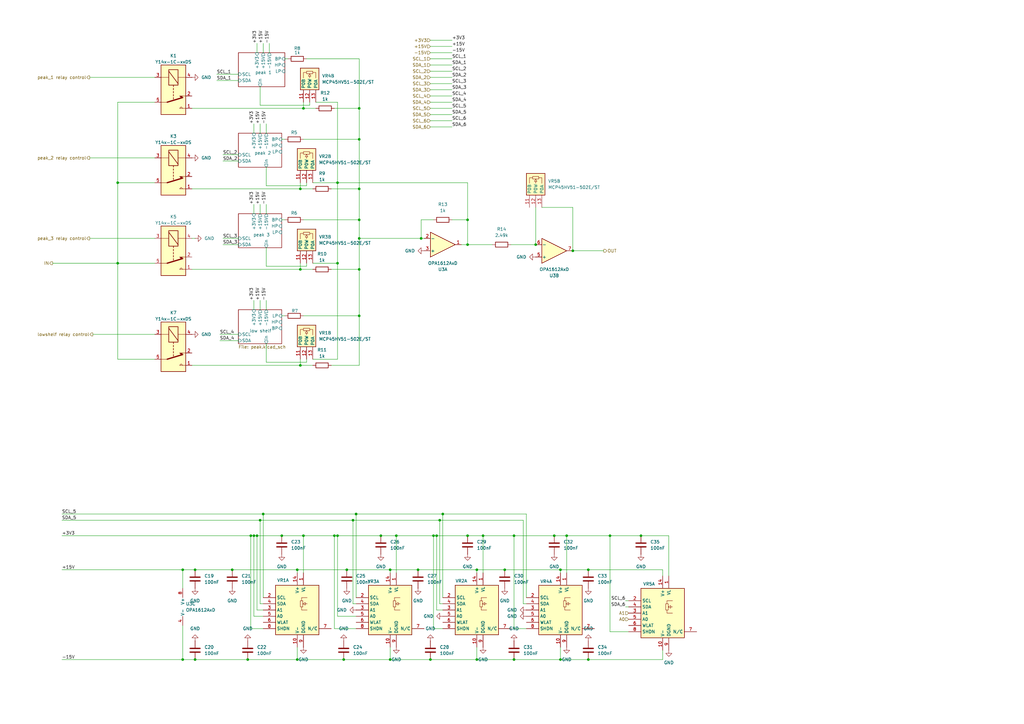
<source format=kicad_sch>
(kicad_sch (version 20250114) (generator "eeschema") (generator_version "9.0")
  (paper "A3")
  (junction (at 191.77 219.71))
  (junction (at 229.87 270.51))
  (junction (at 262.89 219.71))
  (junction (at 181.61 210.82))
  (junction (at 147.32 77.47))
  (junction (at 80.01 270.51))
  (junction (at 227.33 219.71))
  (junction (at 105.41 219.71))
  (junction (at 234.95 102.87))
  (junction (at 229.87 233.68))
  (junction (at 140.97 270.51))
  (junction (at 124.46 219.71))
  (junction (at 195.58 270.51))
  (junction (at 198.12 219.71))
  (junction (at 176.53 270.51))
  (junction (at 160.02 270.51))
  (junction (at 210.82 219.71))
  (junction (at 191.77 100.33))
  (junction (at 177.8 219.71))
  (junction (at 147.32 90.17))
  (junction (at 250.19 219.71))
  (junction (at 241.3 233.68))
  (junction (at 147.32 129.54))
  (junction (at 146.05 210.82))
  (junction (at 95.25 233.68))
  (junction (at 156.21 219.71))
  (junction (at 241.3 270.51))
  (junction (at 142.24 233.68))
  (junction (at 219.71 100.33))
  (junction (at 123.19 110.49))
  (junction (at 104.14 219.71))
  (junction (at 147.32 57.15))
  (junction (at 121.92 233.68))
  (junction (at 74.93 233.68))
  (junction (at 195.58 233.68))
  (junction (at 207.01 233.68))
  (junction (at 101.6 270.51))
  (junction (at 138.43 219.71))
  (junction (at 121.92 270.51))
  (junction (at 137.16 219.71))
  (junction (at 191.77 90.17))
  (junction (at 102.87 219.71))
  (junction (at 74.93 270.51))
  (junction (at 171.45 233.68))
  (junction (at 107.95 210.82))
  (junction (at 48.26 107.95))
  (junction (at 160.02 233.68))
  (junction (at 147.32 110.49))
  (junction (at 232.41 219.71))
  (junction (at 162.56 219.71))
  (junction (at 138.43 107.95))
  (junction (at 172.72 97.79))
  (junction (at 179.07 219.71))
  (junction (at 147.32 44.45))
  (junction (at 210.82 270.51))
  (junction (at 106.68 213.36))
  (junction (at 147.32 97.79))
  (junction (at 48.26 74.93))
  (junction (at 138.43 74.93))
  (junction (at 123.19 149.86))
  (junction (at 80.01 233.68))
  (junction (at 123.19 77.47))
  (junction (at 180.34 213.36))
  (junction (at 115.57 219.71))
  (junction (at 144.78 213.36))
  (junction (at 124.46 44.45))
  (wire (pts (xy 36.83 31.75) (xy 63.5 31.75)))
  (wire (pts (xy 160.02 270.51) (xy 176.53 270.51)))
  (wire (pts (xy 191.77 219.71) (xy 198.12 219.71)))
  (wire (pts (xy 48.26 107.95) (xy 48.26 147.32)))
  (wire (pts (xy 146.05 210.82) (xy 107.95 210.82)))
  (wire (pts (xy 48.26 74.93) (xy 63.5 74.93)))
  (wire (pts (xy 104.14 219.71) (xy 105.41 219.71)))
  (wire (pts (xy 176.53 44.45) (xy 185.42 44.45)))
  (wire (pts (xy 162.56 219.71) (xy 162.56 234.95)))
  (wire (pts (xy 107.95 210.82) (xy 25.4 210.82)))
  (wire (pts (xy 109.22 50.8) (xy 109.22 54.61)))
  (wire (pts (xy 162.56 219.71) (xy 177.8 219.71)))
  (wire (pts (xy 232.41 219.71) (xy 232.41 234.95)))
  (wire (pts (xy 109.22 68.58) (xy 109.22 76.2)))
  (wire (pts (xy 124.46 219.71) (xy 124.46 234.95)))
  (wire (pts (xy 107.95 17.78) (xy 107.95 21.59)))
  (wire (pts (xy 215.9 257.81) (xy 210.82 257.81)))
  (wire (pts (xy 129.54 41.91) (xy 138.43 41.91)))
  (wire (pts (xy 215.9 247.65) (xy 214.63 247.65)))
  (wire (pts (xy 106.68 50.8) (xy 106.68 54.61)))
  (wire (pts (xy 250.19 219.71) (xy 232.41 219.71)))
  (wire (pts (xy 274.32 219.71) (xy 262.89 219.71)))
  (wire (pts (xy 25.4 219.71) (xy 102.87 219.71)))
  (wire (pts (xy 115.57 219.71) (xy 124.46 219.71)))
  (wire (pts (xy 147.32 77.47) (xy 147.32 57.15)))
  (wire (pts (xy 107.95 247.65) (xy 106.68 247.65)))
  (wire (pts (xy 127 41.91) (xy 127 43.18)))
  (wire (pts (xy 48.26 41.91) (xy 63.5 41.91)))
  (wire (pts (xy 48.26 107.95) (xy 63.5 107.95)))
  (wire (pts (xy 147.32 97.79) (xy 172.72 97.79)))
  (wire (pts (xy 80.01 233.68) (xy 95.25 233.68)))
  (wire (pts (xy 176.53 16.51) (xy 185.42 16.51)))
  (wire (pts (xy 191.77 100.33) (xy 189.23 100.33)))
  (wire (pts (xy 147.32 110.49) (xy 147.32 97.79)))
  (wire (pts (xy 171.45 233.68) (xy 195.58 233.68)))
  (wire (pts (xy 25.4 270.51) (xy 74.93 270.51)))
  (wire (pts (xy 214.63 247.65) (xy 214.63 213.36)))
  (wire (pts (xy 250.19 219.71) (xy 250.19 259.08)))
  (wire (pts (xy 262.89 219.71) (xy 250.19 219.71)))
  (wire (pts (xy 195.58 270.51) (xy 210.82 270.51)))
  (wire (pts (xy 105.41 17.78) (xy 105.41 21.59)))
  (wire (pts (xy 38.1 137.16) (xy 63.5 137.16)))
  (wire (pts (xy 78.74 97.79) (xy 80.01 97.79)))
  (wire (pts (xy 219.71 85.09) (xy 219.71 100.33)))
  (wire (pts (xy 88.9 33.02) (xy 97.79 33.02)))
  (wire (pts (xy 147.32 90.17) (xy 147.32 77.47)))
  (wire (pts (xy 181.61 250.19) (xy 179.07 250.19)))
  (wire (pts (xy 135.89 77.47) (xy 147.32 77.47)))
  (wire (pts (xy 176.53 26.67) (xy 185.42 26.67)))
  (wire (pts (xy 195.58 233.68) (xy 207.01 233.68)))
  (wire (pts (xy 121.92 233.68) (xy 142.24 233.68)))
  (wire (pts (xy 125.73 74.93) (xy 125.73 76.2)))
  (wire (pts (xy 176.53 39.37) (xy 185.42 39.37)))
  (wire (pts (xy 123.19 149.86) (xy 123.19 147.32)))
  (wire (pts (xy 256.54 248.92) (xy 257.81 248.92)))
  (wire (pts (xy 135.89 149.86) (xy 147.32 149.86)))
  (wire (pts (xy 256.54 246.38) (xy 257.81 246.38)))
  (wire (pts (xy 215.9 245.11) (xy 215.9 210.82)))
  (wire (pts (xy 109.22 101.6) (xy 109.22 109.22)))
  (wire (pts (xy 91.44 97.79) (xy 97.79 97.79)))
  (wire (pts (xy 125.73 24.13) (xy 147.32 24.13)))
  (wire (pts (xy 91.44 63.5) (xy 97.79 63.5)))
  (wire (pts (xy 88.9 30.48) (xy 97.79 30.48)))
  (wire (pts (xy 215.9 210.82) (xy 181.61 210.82)))
  (wire (pts (xy 90.17 139.7) (xy 97.79 139.7)))
  (wire (pts (xy 195.58 265.43) (xy 195.58 270.51)))
  (wire (pts (xy 124.46 219.71) (xy 137.16 219.71)))
  (wire (pts (xy 63.5 147.32) (xy 48.26 147.32)))
  (wire (pts (xy 109.22 140.97) (xy 109.22 148.59)))
  (wire (pts (xy 222.25 85.09) (xy 234.95 85.09)))
  (wire (pts (xy 125.73 109.22) (xy 109.22 109.22)))
  (wire (pts (xy 80.01 270.51) (xy 101.6 270.51)))
  (wire (pts (xy 241.3 270.51) (xy 229.87 270.51)))
  (wire (pts (xy 160.02 265.43) (xy 160.02 270.51)))
  (wire (pts (xy 147.32 110.49) (xy 147.32 129.54)))
  (wire (pts (xy 123.19 149.86) (xy 128.27 149.86)))
  (wire (pts (xy 115.57 90.17) (xy 116.84 90.17)))
  (wire (pts (xy 180.34 213.36) (xy 180.34 247.65)))
  (wire (pts (xy 48.26 74.93) (xy 48.26 107.95)))
  (wire (pts (xy 144.78 213.36) (xy 106.68 213.36)))
  (wire (pts (xy 115.57 129.54) (xy 116.84 129.54)))
  (wire (pts (xy 144.78 213.36) (xy 144.78 247.65)))
  (wire (pts (xy 198.12 219.71) (xy 210.82 219.71)))
  (wire (pts (xy 101.6 270.51) (xy 121.92 270.51)))
  (wire (pts (xy 181.61 257.81) (xy 177.8 257.81)))
  (wire (pts (xy 210.82 219.71) (xy 227.33 219.71)))
  (wire (pts (xy 137.16 219.71) (xy 138.43 219.71)))
  (wire (pts (xy 121.92 265.43) (xy 121.92 270.51)))
  (wire (pts (xy 110.49 17.78) (xy 110.49 21.59)))
  (wire (pts (xy 229.87 265.43) (xy 229.87 270.51)))
  (wire (pts (xy 104.14 50.8) (xy 104.14 54.61)))
  (wire (pts (xy 116.84 24.13) (xy 118.11 24.13)))
  (wire (pts (xy 124.46 44.45) (xy 129.54 44.45)))
  (wire (pts (xy 146.05 247.65) (xy 144.78 247.65)))
  (wire (pts (xy 156.21 219.71) (xy 162.56 219.71)))
  (wire (pts (xy 209.55 100.33) (xy 219.71 100.33)))
  (wire (pts (xy 181.61 210.82) (xy 181.61 245.11)))
  (wire (pts (xy 78.74 110.49) (xy 123.19 110.49)))
  (wire (pts (xy 123.19 110.49) (xy 128.27 110.49)))
  (wire (pts (xy 160.02 233.68) (xy 171.45 233.68)))
  (wire (pts (xy 107.95 252.73) (xy 104.14 252.73)))
  (wire (pts (xy 48.26 41.91) (xy 48.26 74.93)))
  (wire (pts (xy 138.43 41.91) (xy 138.43 74.93)))
  (wire (pts (xy 176.53 31.75) (xy 185.42 31.75)))
  (wire (pts (xy 128.27 147.32) (xy 138.43 147.32)))
  (wire (pts (xy 21.59 107.95) (xy 48.26 107.95)))
  (wire (pts (xy 138.43 219.71) (xy 156.21 219.71)))
  (wire (pts (xy 160.02 234.95) (xy 160.02 233.68)))
  (wire (pts (xy 241.3 233.68) (xy 229.87 233.68)))
  (wire (pts (xy 135.89 110.49) (xy 147.32 110.49)))
  (wire (pts (xy 160.02 233.68) (xy 142.24 233.68)))
  (wire (pts (xy 125.73 148.59) (xy 109.22 148.59)))
  (wire (pts (xy 128.27 107.95) (xy 138.43 107.95)))
  (wire (pts (xy 146.05 210.82) (xy 146.05 245.11)))
  (wire (pts (xy 191.77 74.93) (xy 138.43 74.93)))
  (wire (pts (xy 234.95 102.87) (xy 247.65 102.87)))
  (wire (pts (xy 105.41 250.19) (xy 105.41 219.71)))
  (wire (pts (xy 179.07 219.71) (xy 191.77 219.71)))
  (wire (pts (xy 210.82 270.51) (xy 229.87 270.51)))
  (wire (pts (xy 176.53 46.99) (xy 185.42 46.99)))
  (wire (pts (xy 104.14 83.82) (xy 104.14 87.63)))
  (wire (pts (xy 25.4 233.68) (xy 74.93 233.68)))
  (wire (pts (xy 176.53 34.29) (xy 185.42 34.29)))
  (wire (pts (xy 271.78 270.51) (xy 241.3 270.51)))
  (wire (pts (xy 140.97 270.51) (xy 160.02 270.51)))
  (wire (pts (xy 109.22 123.19) (xy 109.22 127)))
  (wire (pts (xy 78.74 149.86) (xy 123.19 149.86)))
  (wire (pts (xy 176.53 52.07) (xy 185.42 52.07)))
  (wire (pts (xy 124.46 90.17) (xy 147.32 90.17)))
  (wire (pts (xy 177.8 90.17) (xy 172.72 90.17)))
  (wire (pts (xy 274.32 236.22) (xy 274.32 219.71)))
  (wire (pts (xy 138.43 219.71) (xy 138.43 252.73)))
  (wire (pts (xy 147.32 149.86) (xy 147.32 129.54)))
  (wire (pts (xy 138.43 74.93) (xy 138.43 107.95)))
  (wire (pts (xy 257.81 259.08) (xy 250.19 259.08)))
  (wire (pts (xy 172.72 97.79) (xy 173.99 97.79)))
  (wire (pts (xy 271.78 236.22) (xy 271.78 233.68)))
  (wire (pts (xy 106.68 83.82) (xy 106.68 87.63)))
  (wire (pts (xy 234.95 85.09) (xy 234.95 102.87)))
  (wire (pts (xy 180.34 213.36) (xy 144.78 213.36)))
  (wire (pts (xy 147.32 97.79) (xy 147.32 90.17)))
  (wire (pts (xy 176.53 24.13) (xy 185.42 24.13)))
  (wire (pts (xy 36.83 64.77) (xy 63.5 64.77)))
  (wire (pts (xy 109.22 83.82) (xy 109.22 87.63)))
  (wire (pts (xy 123.19 77.47) (xy 123.19 74.93)))
  (wire (pts (xy 36.83 97.79) (xy 63.5 97.79)))
  (wire (pts (xy 123.19 77.47) (xy 128.27 77.47)))
  (wire (pts (xy 271.78 266.7) (xy 271.78 270.51)))
  (wire (pts (xy 124.46 41.91) (xy 124.46 44.45)))
  (wire (pts (xy 185.42 90.17) (xy 191.77 90.17)))
  (wire (pts (xy 125.73 107.95) (xy 125.73 109.22)))
  (wire (pts (xy 179.07 219.71) (xy 179.07 250.19)))
  (wire (pts (xy 107.95 250.19) (xy 105.41 250.19)))
  (wire (pts (xy 191.77 90.17) (xy 191.77 74.93)))
  (wire (pts (xy 128.27 74.93) (xy 138.43 74.93)))
  (wire (pts (xy 137.16 257.81) (xy 137.16 219.71)))
  (wire (pts (xy 146.05 257.81) (xy 137.16 257.81)))
  (wire (pts (xy 176.53 19.05) (xy 185.42 19.05)))
  (wire (pts (xy 104.14 123.19) (xy 104.14 127)))
  (wire (pts (xy 191.77 100.33) (xy 201.93 100.33)))
  (wire (pts (xy 107.95 210.82) (xy 107.95 245.11)))
  (wire (pts (xy 78.74 77.47) (xy 123.19 77.47)))
  (wire (pts (xy 176.53 270.51) (xy 195.58 270.51)))
  (wire (pts (xy 181.61 247.65) (xy 180.34 247.65)))
  (wire (pts (xy 138.43 107.95) (xy 138.43 147.32)))
  (wire (pts (xy 207.01 233.68) (xy 229.87 233.68)))
  (wire (pts (xy 90.17 137.16) (xy 97.79 137.16)))
  (wire (pts (xy 147.32 24.13) (xy 147.32 44.45)))
  (wire (pts (xy 121.92 233.68) (xy 121.92 234.95)))
  (wire (pts (xy 123.19 110.49) (xy 123.19 107.95)))
  (wire (pts (xy 102.87 257.81) (xy 102.87 219.71)))
  (wire (pts (xy 91.44 66.04) (xy 97.79 66.04)))
  (wire (pts (xy 74.93 256.54) (xy 74.93 270.51)))
  (wire (pts (xy 241.3 233.68) (xy 271.78 233.68)))
  (wire (pts (xy 104.14 252.73) (xy 104.14 219.71)))
  (wire (pts (xy 195.58 233.68) (xy 195.58 234.95)))
  (wire (pts (xy 102.87 219.71) (xy 104.14 219.71)))
  (wire (pts (xy 107.95 257.81) (xy 102.87 257.81)))
  (wire (pts (xy 214.63 213.36) (xy 180.34 213.36)))
  (wire (pts (xy 176.53 49.53) (xy 185.42 49.53)))
  (wire (pts (xy 74.93 233.68) (xy 80.01 233.68)))
  (wire (pts (xy 95.25 233.68) (xy 121.92 233.68)))
  (wire (pts (xy 137.16 44.45) (xy 147.32 44.45)))
  (wire (pts (xy 78.74 44.45) (xy 124.46 44.45)))
  (wire (pts (xy 106.68 35.56) (xy 106.68 43.18)))
  (wire (pts (xy 106.68 213.36) (xy 25.4 213.36)))
  (wire (pts (xy 125.73 147.32) (xy 125.73 148.59)))
  (wire (pts (xy 176.53 41.91) (xy 185.42 41.91)))
  (wire (pts (xy 91.44 100.33) (xy 97.79 100.33)))
  (wire (pts (xy 172.72 90.17) (xy 172.72 97.79)))
  (wire (pts (xy 105.41 219.71) (xy 115.57 219.71)))
  (wire (pts (xy 106.68 213.36) (xy 106.68 247.65)))
  (wire (pts (xy 121.92 270.51) (xy 140.97 270.51)))
  (wire (pts (xy 115.57 57.15) (xy 116.84 57.15)))
  (wire (pts (xy 127 43.18) (xy 106.68 43.18)))
  (wire (pts (xy 181.61 210.82) (xy 146.05 210.82)))
  (wire (pts (xy 176.53 29.21) (xy 185.42 29.21)))
  (wire (pts (xy 125.73 76.2) (xy 109.22 76.2)))
  (wire (pts (xy 198.12 219.71) (xy 198.12 234.95)))
  (wire (pts (xy 191.77 90.17) (xy 191.77 100.33)))
  (wire (pts (xy 147.32 57.15) (xy 124.46 57.15)))
  (wire (pts (xy 229.87 234.95) (xy 229.87 233.68)))
  (wire (pts (xy 210.82 219.71) (xy 210.82 257.81)))
  (wire (pts (xy 146.05 252.73) (xy 138.43 252.73)))
  (wire (pts (xy 227.33 219.71) (xy 232.41 219.71)))
  (wire (pts (xy 177.8 219.71) (xy 179.07 219.71)))
  (wire (pts (xy 177.8 219.71) (xy 177.8 257.81)))
  (wire (pts (xy 176.53 36.83) (xy 185.42 36.83)))
  (wire (pts (xy 74.93 270.51) (xy 80.01 270.51)))
  (wire (pts (xy 176.53 21.59) (xy 185.42 21.59)))
  (wire (pts (xy 106.68 123.19) (xy 106.68 127)))
  (wire (pts (xy 147.32 44.45) (xy 147.32 57.15)))
  (wire (pts (xy 74.93 233.68) (xy 74.93 241.3)))
  (wire (pts (xy 124.46 129.54) (xy 147.32 129.54)))
  (label "SCL_5" (at 25.4 210.82 0))
  (label "+15V" (at 106.68 50.8 90))
  (label "-15V" (at 25.4 270.51 0))
  (label "SCL_2" (at 91.44 63.5 0))
  (label "SDA_2" (at 185.42 31.75 0))
  (label "SDA_2" (at 91.44 66.04 0))
  (label "SCL_1" (at 185.42 24.13 0))
  (label "SDA_1" (at 185.42 26.67 0))
  (label "SDA_6" (at 256.54 248.92 180))
  (label "SDA_4" (at 185.42 41.91 0))
  (label "-15V" (at 185.42 21.59 0))
  (label "SCL_6" (at 185.42 49.53 0))
  (label "+3V3" (at 104.14 83.82 90))
  (label "SDA_5" (at 25.4 213.36 0))
  (label "+15V" (at 106.68 83.82 90))
  (label "SCL_1" (at 88.9 30.48 0))
  (label "SCL_5" (at 185.42 44.45 0))
  (label "+3V3" (at 104.14 50.8 90))
  (label "SCL_2" (at 185.42 29.21 0))
  (label "SCL_3" (at 185.42 34.29 0))
  (label "+15V" (at 107.95 17.78 90))
  (label "+3V3" (at 105.41 17.78 90))
  (label "+3V3" (at 185.42 16.51 0))
  (label "-15V" (at 109.22 83.82 90))
  (label "SDA_1" (at 88.9 33.02 0))
  (label "+3V3" (at 25.4 219.71 0))
  (label "SDA_6" (at 185.42 52.07 0))
  (label "+15V" (at 25.4 233.68 0))
  (label "+15V" (at 185.42 19.05 0))
  (label "SCL_4" (at 90.17 137.16 0))
  (label "+3V3" (at 104.14 123.19 90))
  (label "SCL_6" (at 256.54 246.38 180))
  (label "-15V" (at 110.49 17.78 90))
  (label "SDA_3" (at 91.44 100.33 0))
  (label "-15V" (at 109.22 50.8 90))
  (label "SDA_5" (at 185.42 46.99 0))
  (label "SDA_3" (at 185.42 36.83 0))
  (label "+15V" (at 106.68 123.19 90))
  (label "SCL_4" (at 185.42 39.37 0))
  (label "SDA_4" (at 90.17 139.7 0))
  (label "SCL_3" (at 91.44 97.79 0))
  (label "-15V" (at 109.22 123.19 90))
  (hierarchical_label "-15V" (shape input) (at 176.53 21.59 180))
  (hierarchical_label "SDA_3" (shape input) (at 176.53 36.83 180))
  (hierarchical_label "OUT" (shape output) (at 247.65 102.87 0))
  (hierarchical_label "+3V3" (shape input) (at 176.53 16.51 180))
  (hierarchical_label "A0" (shape input) (at 257.81 254 180))
  (hierarchical_label "A1" (shape input) (at 257.81 251.46 180))
  (hierarchical_label "SDA_2" (shape input) (at 176.53 31.75 180))
  (hierarchical_label "SCL_3" (shape input) (at 176.53 34.29 180))
  (hierarchical_label "peak_3 relay control" (shape output) (at 36.83 97.79 180))
  (hierarchical_label "SDA_5" (shape input) (at 176.53 46.99 180))
  (hierarchical_label "SCL_2" (shape input) (at 176.53 29.21 180))
  (hierarchical_label "SDA_1" (shape input) (at 176.53 26.67 180))
  (hierarchical_label "+15V" (shape input) (at 176.53 19.05 180))
  (hierarchical_label "peak_2 relay control" (shape output) (at 36.83 64.77 180))
  (hierarchical_label "SCL_6" (shape input) (at 176.53 49.53 180))
  (hierarchical_label "peak_1 relay control" (shape output) (at 36.83 31.75 180))
  (hierarchical_label "SDA_6" (shape input) (at 176.53 52.07 180))
  (hierarchical_label "lowshelf relay control" (shape output) (at 38.1 137.16 180))
  (hierarchical_label "SCL_4" (shape input) (at 176.53 39.37 180))
  (hierarchical_label "IN" (shape output) (at 21.59 107.95 180))
  (hierarchical_label "SCL_1" (shape input) (at 176.53 24.13 180))
  (hierarchical_label "SDA_4" (shape input) (at 176.53 41.91 180))
  (hierarchical_label "SCL_5" (shape input) (at 176.53 44.45 180))
  (symbol (lib_id "Device:C") (at 207.01 237.49 0) (unit 1)
    (property "Reference" "C30" (at 210.82 236.2199 0) (effects (justify left)))
    (property "Value" "100nF" (at 210.82 238.7599 0) (effects (justify left)))
    (property "Footprint" "Capacitor_SMD:C_0805_2012Metric" (effects (hide yes)))
    (property "Description" "Unpolarized capacitor" (effects (hide yes)))
    (instances (project "" (path "" (reference "C30") (unit 1)) (path "" (reference "C47") (unit 1))))
  )
  (symbol (lib_id "power:GND") (at 176.53 262.89 180) (unit 1)
    (property "Reference" "#PWR039" (effects (hide yes)))
    (property "Value" "GND" (at 176.53 257.81 0))
    (property "Description" "Power symbol creates a global label with name \"GND\" , ground" (effects (hide yes)))
    (instances (project "" (path "" (reference "#PWR039") (unit 1)) (path "" (reference "#PWR071") (unit 1))))
  )
  (symbol (lib_id "power:GND") (at 191.77 227.33 0) (unit 1)
    (property "Reference" "#PWR041" (effects (hide yes)))
    (property "Value" "GND" (at 191.77 232.41 0))
    (property "Description" "Power symbol creates a global label with name \"GND\" , ground" (effects (hide yes)))
    (instances (project "" (path "" (reference "#PWR041") (unit 1)) (path "" (reference "#PWR073") (unit 1))))
  )
  (symbol (lib_id "power:GND") (at 156.21 227.33 0) (unit 1)
    (property "Reference" "#PWR035" (effects (hide yes)))
    (property "Value" "GND" (at 156.21 232.41 0))
    (property "Description" "Power symbol creates a global label with name \"GND\" , ground" (effects (hide yes)))
    (instances (project "" (path "" (reference "#PWR035") (unit 1)) (path "" (reference "#PWR067") (unit 1))))
  )
  (symbol (lib_id "MCP41HV51-103E_ST:MCP41HV51-103E_ST") (at 215.9 242.57 0) (unit 1)
    (property "Reference" "VR4" (at 224.028 238.506 0))
    (property "Value" "MCP45HV51-502E/ST" (effects (hide yes)))
    (property "Footprint" "components:SOP65P640X120-14N" (effects (hide yes)))
    (property "Datasheet" "https://componentsearchengine.com/Datasheets/2/MCP41HV51-103E_ST.pdf" (effects (hide yes)))
    (property "Description" "MCP41HV51-103E/ST, Digital Potentiometer 10k 256-Position Serial-SPI 14-Pin TSSOP" (effects (hide yes)))
    (property "Height" "1.2" (effects (hide yes)))
    (property "Mouser Part Number" "579-MCP41HV51-103EST" (effects (hide yes)))
    (property "Mouser Price/Stock" "https://www.mouser.co.uk/ProductDetail/Microchip-Technology/MCP41HV51-103E-ST?qs=zOnbk8%2FsRx46P8R1xF6YQA%3D%3D" (effects (hide yes)))
    (property "Manufacturer_Name" "Microchip" (effects (hide yes)))
    (property "Manufacturer_Part_Number" "MCP41HV51-103E/ST" (effects (hide yes)))
    (instances (project "" (path "" (reference "VR4") (unit 1)) (path "" (reference "VR9") (unit 1))))
  )
  (symbol (lib_id "Device:C") (at 80.01 237.49 0) (unit 1)
    (property "Reference" "C19" (at 83.82 236.2199 0) (effects (justify left)))
    (property "Value" "100nF" (at 83.82 238.7599 0) (effects (justify left)))
    (property "Footprint" "Capacitor_SMD:C_0805_2012Metric" (effects (hide yes)))
    (property "Description" "Unpolarized capacitor" (effects (hide yes)))
    (instances (project "" (path "" (reference "C19") (unit 1)) (path "" (reference "C36") (unit 1))))
  )
  (symbol (lib_id "MCP41HV51-103E_ST:MCP41HV51-103E_ST") (at 257.81 243.84 0) (unit 1)
    (property "Reference" "VR5" (at 266.192 239.522 0))
    (property "Value" "MCP45HV51-502E/ST" (effects (hide yes)))
    (property "Footprint" "components:SOP65P640X120-14N" (effects (hide yes)))
    (property "Datasheet" "https://componentsearchengine.com/Datasheets/2/MCP41HV51-103E_ST.pdf" (effects (hide yes)))
    (property "Description" "MCP41HV51-103E/ST, Digital Potentiometer 10k 256-Position Serial-SPI 14-Pin TSSOP" (effects (hide yes)))
    (property "Height" "1.2" (effects (hide yes)))
    (property "Mouser Part Number" "579-MCP41HV51-103EST" (effects (hide yes)))
    (property "Mouser Price/Stock" "https://www.mouser.co.uk/ProductDetail/Microchip-Technology/MCP41HV51-103E-ST?qs=zOnbk8%2FsRx46P8R1xF6YQA%3D%3D" (effects (hide yes)))
    (property "Manufacturer_Name" "Microchip" (effects (hide yes)))
    (property "Manufacturer_Part_Number" "MCP41HV51-103E/ST" (effects (hide yes)))
    (instances (project "" (path "" (reference "VR5") (unit 1)) (path "" (reference "VR10") (unit 1))))
  )
  (symbol (lib_id "Amplifier_Operational:OPA1612AxD") (at 181.61 100.33 0) (mirror x) (unit 1)
    (property "Reference" "U3" (at 181.61 110.49 0))
    (property "Value" "OPA1612AxD" (at 181.61 107.95 0))
    (property "Footprint" "Package_SO:SOIC-8_5.3x6.2mm_P1.27mm" (effects (hide yes)))
    (property "Datasheet" "http://www.ti.com/lit/ds/symlink/opa1612.pdf" (effects (hide yes)))
    (property "Description" "Dual SoundPlus High Performance, Bipolar-Input Audio Operational Amplifiers, SOIC-8" (effects (hide yes)))
    (instances (project "" (path "" (reference "U3") (unit 1)) (path "" (reference "U4") (unit 1))))
  )
  (symbol (lib_id "power:GND") (at 80.01 262.89 180) (unit 1)
    (property "Reference" "#PWR027" (effects (hide yes)))
    (property "Value" "GND" (at 80.01 257.81 0))
    (property "Description" "Power symbol creates a global label with name \"GND\" , ground" (effects (hide yes)))
    (instances (project "" (path "" (reference "#PWR027") (unit 1)) (path "" (reference "#PWR059") (unit 1))))
  )
  (symbol (lib_id "Relay:Y14x-1C-xxDS") (at 71.12 69.85 270) (unit 1)
    (property "Reference" "K3" (at 71.12 55.88 90))
    (property "Value" "Y14x-1C-xxDS" (at 71.12 58.42 90))
    (property "Footprint" "Relay_THT:Relay_SPDT_HsinDa_Y14" (effects (hide yes)))
    (property "Datasheet" "http://www.hsinda.com.tw/upload/file/Y14-20200430135145.pdf" (effects (hide yes)))
    (property "Description" "Hsin Da Y14-series relay, Single Pole Dual Throw" (effects (hide yes)))
    (instances (project "KICAD PEQ" (path "" (reference "K3") (unit 1)) (path "" (reference "K4") (unit 1))))
  )
  (symbol (lib_id "Amplifier_Operational:OPA1612AxD") (at 77.47 248.92 0) (unit 3)
    (property "Reference" "U3" (at 76.2 247.6499 0) (effects (justify left)))
    (property "Value" "OPA1612AxD" (at 76.2 250.1899 0) (effects (justify left)))
    (property "Footprint" "Package_SO:SOIC-8_5.3x6.2mm_P1.27mm" (effects (hide yes)))
    (property "Datasheet" "http://www.ti.com/lit/ds/symlink/opa1612.pdf" (effects (hide yes)))
    (property "Description" "Dual SoundPlus High Performance, Bipolar-Input Audio Operational Amplifiers, SOIC-8" (effects (hide yes)))
    (instances (project "" (path "" (reference "U3") (unit 3)) (path "" (reference "U4") (unit 3))))
  )
  (symbol (lib_id "Device:R") (at 133.35 44.45 90) (unit 1)
    (property "Reference" "R12" (at 133.35 38.1 90))
    (property "Value" "1k" (at 133.35 40.64 90))
    (property "Footprint" "Resistor_SMD:R_MiniMELF_MMA-0204" (effects (hide yes)))
    (property "Description" "Resistor" (effects (hide yes)))
    (instances (project "" (path "" (reference "R12") (unit 1)) (path "" (reference "R22") (unit 1))))
  )
  (symbol (lib_id "MCP41HV51-103E_ST:MCP41HV51-103E_ST") (at 130.81 119.38 270) (unit 2)
    (property "Reference" "VR1" (at 130.81 136.5249 90) (effects (justify left)))
    (property "Value" "MCP45HV51-502E/ST" (at 130.81 139.0649 90) (effects (justify left)))
    (property "Footprint" "components:SOP65P640X120-14N" (effects (hide yes)))
    (property "Datasheet" "https://componentsearchengine.com/Datasheets/2/MCP41HV51-103E_ST.pdf" (effects (hide yes)))
    (property "Description" "MCP41HV51-103E/ST, Digital Potentiometer 10k 256-Position Serial-SPI 14-Pin TSSOP" (effects (hide yes)))
    (property "Height" "1.2" (effects (hide yes)))
    (property "Mouser Part Number" "579-MCP41HV51-103EST" (effects (hide yes)))
    (property "Mouser Price/Stock" "https://www.mouser.co.uk/ProductDetail/Microchip-Technology/MCP41HV51-103E-ST?qs=zOnbk8%2FsRx46P8R1xF6YQA%3D%3D" (effects (hide yes)))
    (property "Manufacturer_Name" "Microchip" (effects (hide yes)))
    (property "Manufacturer_Part_Number" "MCP41HV51-103E/ST" (effects (hide yes)))
    (instances (project "" (path "" (reference "VR1") (unit 2)) (path "" (reference "VR6") (unit 2))))
  )
  (symbol (lib_id "power:GND") (at 219.71 105.41 270) (unit 1)
    (property "Reference" "#PWR047" (effects (hide yes)))
    (property "Value" "GND" (at 215.9 105.4099 90) (effects (justify right)))
    (property "Description" "Power symbol creates a global label with name \"GND\" , ground" (effects (hide yes)))
    (instances (project "" (path "" (reference "#PWR047") (unit 1)) (path "" (reference "#PWR079") (unit 1))))
  )
  (symbol (lib_id "power:GND") (at 173.99 102.87 270) (unit 1)
    (property "Reference" "#PWR038" (effects (hide yes)))
    (property "Value" "GND" (at 170.18 102.8699 90) (effects (justify right)))
    (property "Description" "Power symbol creates a global label with name \"GND\" , ground" (effects (hide yes)))
    (instances (project "KICAD PEQ" (path "" (reference "#PWR038") (unit 1)) (path "" (reference "#PWR070") (unit 1))))
  )
  (symbol (lib_id "Device:C") (at 80.01 266.7 0) (unit 1)
    (property "Reference" "C20" (at 83.82 265.4299 0) (effects (justify left)))
    (property "Value" "100nF" (at 83.82 267.9699 0) (effects (justify left)))
    (property "Footprint" "Capacitor_SMD:C_0805_2012Metric" (effects (hide yes)))
    (property "Description" "Unpolarized capacitor" (effects (hide yes)))
    (instances (project "KICAD PEQ" (path "" (reference "C20") (unit 1)) (path "" (reference "C37") (unit 1))))
  )
  (symbol (lib_id "Device:C") (at 115.57 223.52 0) (unit 1)
    (property "Reference" "C23" (at 119.38 222.2499 0) (effects (justify left)))
    (property "Value" "100nF" (at 119.38 224.7899 0) (effects (justify left)))
    (property "Footprint" "Capacitor_SMD:C_0805_2012Metric" (effects (hide yes)))
    (property "Description" "Unpolarized capacitor" (effects (hide yes)))
    (instances (project "" (path "" (reference "C23") (unit 1)) (path "" (reference "C40") (unit 1))))
  )
  (symbol (lib_id "power:GND") (at 142.24 241.3 0) (unit 1)
    (property "Reference" "#PWR033" (effects (hide yes)))
    (property "Value" "GND" (at 142.24 246.38 0))
    (property "Description" "Power symbol creates a global label with name \"GND\" , ground" (effects (hide yes)))
    (instances (project "" (path "" (reference "#PWR033") (unit 1)) (path "" (reference "#PWR065") (unit 1))))
  )
  (symbol (lib_id "Device:C") (at 156.21 223.52 0) (unit 1)
    (property "Reference" "C26" (at 160.02 222.2499 0) (effects (justify left)))
    (property "Value" "100nF" (at 160.02 224.7899 0) (effects (justify left)))
    (property "Footprint" "Capacitor_SMD:C_0805_2012Metric" (effects (hide yes)))
    (property "Description" "Unpolarized capacitor" (effects (hide yes)))
    (instances (project "" (path "" (reference "C26") (unit 1)) (path "" (reference "C43") (unit 1))))
  )
  (symbol (lib_id "power:GND") (at 210.82 262.89 180) (unit 1)
    (property "Reference" "#PWR044" (effects (hide yes)))
    (property "Value" "GND" (at 210.82 257.81 0))
    (property "Description" "Power symbol creates a global label with name \"GND\" , ground" (effects (hide yes)))
    (instances (project "" (path "" (reference "#PWR044") (unit 1)) (path "" (reference "#PWR076") (unit 1))))
  )
  (symbol (lib_id "power:GND") (at 80.01 241.3 0) (unit 1)
    (property "Reference" "#PWR026" (effects (hide yes)))
    (property "Value" "GND" (at 80.01 246.38 0))
    (property "Description" "Power symbol creates a global label with name \"GND\" , ground" (effects (hide yes)))
    (instances (project "" (path "" (reference "#PWR026") (unit 1)) (path "" (reference "#PWR058") (unit 1))))
  )
  (symbol (lib_id "Device:C") (at 176.53 266.7 0) (unit 1)
    (property "Reference" "C28" (at 180.34 265.4299 0) (effects (justify left)))
    (property "Value" "100nF" (at 180.34 267.9699 0) (effects (justify left)))
    (property "Footprint" "Capacitor_SMD:C_0805_2012Metric" (effects (hide yes)))
    (property "Description" "Unpolarized capacitor" (effects (hide yes)))
    (instances (project "KICAD PEQ" (path "" (reference "C28") (unit 1)) (path "" (reference "C45") (unit 1))))
  )
  (symbol (lib_id "Device:C") (at 191.77 223.52 0) (unit 1)
    (property "Reference" "C29" (at 195.58 222.2499 0) (effects (justify left)))
    (property "Value" "100nF" (at 195.58 224.7899 0) (effects (justify left)))
    (property "Footprint" "Capacitor_SMD:C_0805_2012Metric" (effects (hide yes)))
    (property "Description" "Unpolarized capacitor" (effects (hide yes)))
    (instances (project "" (path "" (reference "C29") (unit 1)) (path "" (reference "C46") (unit 1))))
  )
  (symbol (lib_id "power:GND") (at 227.33 227.33 0) (unit 1)
    (property "Reference" "#PWR048" (effects (hide yes)))
    (property "Value" "GND" (at 227.33 232.41 0))
    (property "Description" "Power symbol creates a global label with name \"GND\" , ground" (effects (hide yes)))
    (instances (project "" (path "" (reference "#PWR048") (unit 1)) (path "" (reference "#PWR080") (unit 1))))
  )
  (symbol (lib_id "power:GND") (at 215.9 252.73 270) (unit 1)
    (property "Reference" "#PWR046" (effects (hide yes)))
    (property "Value" "GND" (at 212.09 252.7299 90) (effects (justify right)))
    (property "Description" "Power symbol creates a global label with name \"GND\" , ground" (effects (hide yes)))
    (instances (project "" (path "" (reference "#PWR046") (unit 1)) (path "" (reference "#PWR078") (unit 1))))
  )
  (symbol (lib_id "Device:R") (at 132.08 110.49 90) (unit 1)
    (property "Reference" "R10" (at 132.08 104.14 90))
    (property "Value" "1k" (at 132.08 106.68 90))
    (property "Footprint" "Resistor_SMD:R_MiniMELF_MMA-0204" (effects (hide yes)))
    (property "Description" "Resistor" (effects (hide yes)))
    (instances (project "" (path "" (reference "R10") (unit 1)) (path "" (reference "R20") (unit 1))))
  )
  (symbol (lib_id "Device:R") (at 120.65 129.54 90) (unit 1)
    (property "Reference" "R7" (at 120.904 127.508 90))
    (property "Value" "1k" (effects (hide yes)))
    (property "Footprint" "Resistor_SMD:R_MiniMELF_MMA-0204" (effects (hide yes)))
    (property "Description" "Resistor" (effects (hide yes)))
    (instances (project "" (path "" (reference "R7") (unit 1)) (path "" (reference "R17") (unit 1))))
  )
  (symbol (lib_id "Device:C") (at 262.89 223.52 0) (unit 1)
    (property "Reference" "C35" (at 266.7 222.2499 0) (effects (justify left)))
    (property "Value" "100nF" (at 266.7 224.7899 0) (effects (justify left)))
    (property "Footprint" "Capacitor_SMD:C_0805_2012Metric" (effects (hide yes)))
    (property "Description" "Unpolarized capacitor" (effects (hide yes)))
    (instances (project "" (path "" (reference "C35") (unit 1)) (path "" (reference "C52") (unit 1))))
  )
  (symbol (lib_id "power:GND") (at 198.12 265.43 0) (unit 1)
    (property "Reference" "#PWR042" (effects (hide yes)))
    (property "Value" "GND" (at 198.12 270.51 0))
    (property "Description" "Power symbol creates a global label with name \"GND\" , ground" (effects (hide yes)))
    (instances (project "KICAD PEQ" (path "" (reference "#PWR042") (unit 1)) (path "" (reference "#PWR074") (unit 1))))
  )
  (symbol (lib_id "power:GND") (at 262.89 227.33 0) (unit 1)
    (property "Reference" "#PWR052" (effects (hide yes)))
    (property "Value" "GND" (at 262.89 232.41 0))
    (property "Description" "Power symbol creates a global label with name \"GND\" , ground" (effects (hide yes)))
    (instances (project "" (path "" (reference "#PWR052") (unit 1)) (path "" (reference "#PWR084") (unit 1))))
  )
  (symbol (lib_id "power:GND") (at 207.01 241.3 0) (unit 1)
    (property "Reference" "#PWR043" (effects (hide yes)))
    (property "Value" "GND" (at 207.01 246.38 0))
    (property "Description" "Power symbol creates a global label with name \"GND\" , ground" (effects (hide yes)))
    (instances (project "" (path "" (reference "#PWR043") (unit 1)) (path "" (reference "#PWR075") (unit 1))))
  )
  (symbol (lib_id "power:GND") (at 78.74 64.77 90) (unit 1)
    (property "Reference" "#PWR023" (effects (hide yes)))
    (property "Value" "GND" (at 82.55 64.7699 90) (effects (justify right)))
    (property "Description" "Power symbol creates a global label with name \"GND\" , ground" (effects (hide yes)))
    (instances (project "" (path "" (reference "#PWR023") (unit 1)) (path "" (reference "#PWR055") (unit 1))))
  )
  (symbol (lib_id "MCP41HV51-103E_ST:MCP41HV51-103E_ST") (at 130.81 46.99 270) (unit 2)
    (property "Reference" "VR2" (at 130.81 64.1349 90) (effects (justify left)))
    (property "Value" "MCP45HV51-502E/ST" (at 130.81 66.6749 90) (effects (justify left)))
    (property "Footprint" "components:SOP65P640X120-14N" (effects (hide yes)))
    (property "Datasheet" "https://componentsearchengine.com/Datasheets/2/MCP41HV51-103E_ST.pdf" (effects (hide yes)))
    (property "Description" "MCP41HV51-103E/ST, Digital Potentiometer 10k 256-Position Serial-SPI 14-Pin TSSOP" (effects (hide yes)))
    (property "Height" "1.2" (effects (hide yes)))
    (property "Mouser Part Number" "579-MCP41HV51-103EST" (effects (hide yes)))
    (property "Mouser Price/Stock" "https://www.mouser.co.uk/ProductDetail/Microchip-Technology/MCP41HV51-103E-ST?qs=zOnbk8%2FsRx46P8R1xF6YQA%3D%3D" (effects (hide yes)))
    (property "Manufacturer_Name" "Microchip" (effects (hide yes)))
    (property "Manufacturer_Part_Number" "MCP41HV51-103E/ST" (effects (hide yes)))
    (instances (project "" (path "" (reference "VR2") (unit 2)) (path "" (reference "VR7") (unit 2))))
  )
  (symbol (lib_id "power:GND") (at 78.74 137.16 90) (unit 1)
    (property "Reference" "#PWR024" (effects (hide yes)))
    (property "Value" "GND" (at 82.55 137.1599 90) (effects (justify right)))
    (property "Description" "Power symbol creates a global label with name \"GND\" , ground" (effects (hide yes)))
    (instances (project "" (path "" (reference "#PWR024") (unit 1)) (path "" (reference "#PWR056") (unit 1))))
  )
  (symbol (lib_id "Device:C") (at 241.3 266.7 0) (unit 1)
    (property "Reference" "C34" (at 245.11 265.4299 0) (effects (justify left)))
    (property "Value" "100nF" (at 245.11 267.9699 0) (effects (justify left)))
    (property "Footprint" "Capacitor_SMD:C_0805_2012Metric" (effects (hide yes)))
    (property "Description" "Unpolarized capacitor" (effects (hide yes)))
    (instances (project "KICAD PEQ" (path "" (reference "C34") (unit 1)) (path "" (reference "C51") (unit 1))))
  )
  (symbol (lib_id "Device:C") (at 101.6 266.7 0) (unit 1)
    (property "Reference" "C22" (at 105.41 265.4299 0) (effects (justify left)))
    (property "Value" "100nF" (at 105.41 267.9699 0) (effects (justify left)))
    (property "Footprint" "Capacitor_SMD:C_0805_2012Metric" (effects (hide yes)))
    (property "Description" "Unpolarized capacitor" (effects (hide yes)))
    (instances (project "KICAD PEQ" (path "" (reference "C22") (unit 1)) (path "" (reference "C39") (unit 1))))
  )
  (symbol (lib_id "Device:C") (at 142.24 237.49 0) (unit 1)
    (property "Reference" "C25" (at 146.05 236.2199 0) (effects (justify left)))
    (property "Value" "100nF" (at 146.05 238.7599 0) (effects (justify left)))
    (property "Footprint" "Capacitor_SMD:C_0805_2012Metric" (effects (hide yes)))
    (property "Description" "Unpolarized capacitor" (effects (hide yes)))
    (instances (project "" (path "" (reference "C25") (unit 1)) (path "" (reference "C42") (unit 1))))
  )
  (symbol (lib_id "Device:C") (at 227.33 223.52 0) (unit 1)
    (property "Reference" "C32" (at 231.14 222.2499 0) (effects (justify left)))
    (property "Value" "100nF" (at 231.14 224.7899 0) (effects (justify left)))
    (property "Footprint" "Capacitor_SMD:C_0805_2012Metric" (effects (hide yes)))
    (property "Description" "Unpolarized capacitor" (effects (hide yes)))
    (instances (project "" (path "" (reference "C32") (unit 1)) (path "" (reference "C49") (unit 1))))
  )
  (symbol (lib_id "power:GND") (at 181.61 252.73 270) (unit 1)
    (property "Reference" "#PWR040" (effects (hide yes)))
    (property "Value" "GND" (at 177.8 252.7299 90) (effects (justify right)))
    (property "Description" "Power symbol creates a global label with name \"GND\" , ground" (effects (hide yes)))
    (instances (project "" (path "" (reference "#PWR040") (unit 1)) (path "" (reference "#PWR072") (unit 1))))
  )
  (symbol (lib_id "power:GND") (at 115.57 227.33 0) (unit 1)
    (property "Reference" "#PWR030" (effects (hide yes)))
    (property "Value" "GND" (at 115.57 232.41 0))
    (property "Description" "Power symbol creates a global label with name \"GND\" , ground" (effects (hide yes)))
    (instances (project "" (path "" (reference "#PWR030") (unit 1)) (path "" (reference "#PWR062") (unit 1))))
  )
  (symbol (lib_id "power:GND") (at 146.05 250.19 270) (unit 1)
    (property "Reference" "#PWR034" (effects (hide yes)))
    (property "Value" "GND" (at 142.24 250.1899 90) (effects (justify right)))
    (property "Description" "Power symbol creates a global label with name \"GND\" , ground" (effects (hide yes)))
    (instances (project "" (path "" (reference "#PWR034") (unit 1)) (path "" (reference "#PWR066") (unit 1))))
  )
  (symbol (lib_id "Relay:Y14x-1C-xxDS") (at 71.12 102.87 270) (unit 1)
    (property "Reference" "K5" (at 71.12 88.9 90))
    (property "Value" "Y14x-1C-xxDS" (at 71.12 91.44 90))
    (property "Footprint" "Relay_THT:Relay_SPDT_HsinDa_Y14" (effects (hide yes)))
    (property "Datasheet" "http://www.hsinda.com.tw/upload/file/Y14-20200430135145.pdf" (effects (hide yes)))
    (property "Description" "Hsin Da Y14-series relay, Single Pole Dual Throw" (effects (hide yes)))
    (instances (project "KICAD PEQ" (path "" (reference "K5") (unit 1)) (path "" (reference "K6") (unit 1))))
  )
  (symbol (lib_id "power:GND") (at 274.32 266.7 0) (unit 1)
    (property "Reference" "#PWR053" (effects (hide yes)))
    (property "Value" "GND" (at 274.32 271.78 0))
    (property "Description" "Power symbol creates a global label with name \"GND\" , ground" (effects (hide yes)))
    (instances (project "KICAD PEQ" (path "" (reference "#PWR053") (unit 1)) (path "" (reference "#PWR085") (unit 1))))
  )
  (symbol (lib_id "MCP41HV51-103E_ST:MCP41HV51-103E_ST") (at 181.61 242.57 0) (unit 1)
    (property "Reference" "VR2" (at 189.23 238.252 0))
    (property "Value" "MCP45HV51-502E/ST" (effects (hide yes)))
    (property "Footprint" "components:SOP65P640X120-14N" (effects (hide yes)))
    (property "Datasheet" "https://componentsearchengine.com/Datasheets/2/MCP41HV51-103E_ST.pdf" (effects (hide yes)))
    (property "Description" "MCP41HV51-103E/ST, Digital Potentiometer 10k 256-Position Serial-SPI 14-Pin TSSOP" (effects (hide yes)))
    (property "Height" "1.2" (effects (hide yes)))
    (property "Mouser Part Number" "579-MCP41HV51-103EST" (effects (hide yes)))
    (property "Mouser Price/Stock" "https://www.mouser.co.uk/ProductDetail/Microchip-Technology/MCP41HV51-103E-ST?qs=zOnbk8%2FsRx46P8R1xF6YQA%3D%3D" (effects (hide yes)))
    (property "Manufacturer_Name" "Microchip" (effects (hide yes)))
    (property "Manufacturer_Part_Number" "MCP41HV51-103E/ST" (effects (hide yes)))
    (instances (project "" (path "" (reference "VR2") (unit 1)) (path "" (reference "VR7") (unit 1))))
  )
  (symbol (lib_id "power:GND") (at 124.46 265.43 0) (unit 1)
    (property "Reference" "#PWR031" (effects (hide yes)))
    (property "Value" "GND" (at 124.46 270.51 0))
    (property "Description" "Power symbol creates a global label with name \"GND\" , ground" (effects (hide yes)))
    (instances (project "KICAD PEQ" (path "" (reference "#PWR031") (unit 1)) (path "" (reference "#PWR063") (unit 1))))
  )
  (symbol (lib_id "Device:R") (at 132.08 149.86 90) (unit 1)
    (property "Reference" "R11" (at 132.08 143.51 90))
    (property "Value" "1k" (at 132.08 146.05 90))
    (property "Footprint" "Resistor_SMD:R_MiniMELF_MMA-0204" (effects (hide yes)))
    (property "Description" "Resistor" (effects (hide yes)))
    (instances (project "" (path "" (reference "R11") (unit 1)) (path "" (reference "R21") (unit 1))))
  )
  (symbol (lib_id "MCP41HV51-103E_ST:MCP41HV51-103E_ST") (at 107.95 242.57 0) (unit 1)
    (property "Reference" "VR1" (at 116.078 237.998 0))
    (property "Value" "MCP45HV51-502E/ST" (effects (hide yes)))
    (property "Footprint" "components:SOP65P640X120-14N" (effects (hide yes)))
    (property "Datasheet" "https://componentsearchengine.com/Datasheets/2/MCP41HV51-103E_ST.pdf" (effects (hide yes)))
    (property "Description" "MCP41HV51-103E/ST, Digital Potentiometer 10k 256-Position Serial-SPI 14-Pin TSSOP" (effects (hide yes)))
    (property "Height" "1.2" (effects (hide yes)))
    (property "Mouser Part Number" "579-MCP41HV51-103EST" (effects (hide yes)))
    (property "Mouser Price/Stock" "https://www.mouser.co.uk/ProductDetail/Microchip-Technology/MCP41HV51-103E-ST?qs=zOnbk8%2FsRx46P8R1xF6YQA%3D%3D" (effects (hide yes)))
    (property "Manufacturer_Name" "Microchip" (effects (hide yes)))
    (property "Manufacturer_Part_Number" "MCP41HV51-103E/ST" (effects (hide yes)))
    (instances (project "" (path "" (reference "VR1") (unit 1)) (path "" (reference "VR6") (unit 1))))
  )
  (symbol (lib_id "power:GND") (at 241.3 241.3 0) (unit 1)
    (property "Reference" "#PWR050" (effects (hide yes)))
    (property "Value" "GND" (at 241.3 246.38 0))
    (property "Description" "Power symbol creates a global label with name \"GND\" , ground" (effects (hide yes)))
    (instances (project "" (path "" (reference "#PWR050") (unit 1)) (path "" (reference "#PWR082") (unit 1))))
  )
  (symbol (lib_id "MCP41HV51-103E_ST:MCP41HV51-103E_ST") (at 132.08 13.97 270) (unit 2)
    (property "Reference" "VR4" (at 132.08 31.1149 90) (effects (justify left)))
    (property "Value" "MCP45HV51-502E/ST" (at 132.08 33.6549 90) (effects (justify left)))
    (property "Footprint" "components:SOP65P640X120-14N" (effects (hide yes)))
    (property "Datasheet" "https://componentsearchengine.com/Datasheets/2/MCP41HV51-103E_ST.pdf" (effects (hide yes)))
    (property "Description" "MCP41HV51-103E/ST, Digital Potentiometer 10k 256-Position Serial-SPI 14-Pin TSSOP" (effects (hide yes)))
    (property "Height" "1.2" (effects (hide yes)))
    (property "Mouser Part Number" "579-MCP41HV51-103EST" (effects (hide yes)))
    (property "Mouser Price/Stock" "https://www.mouser.co.uk/ProductDetail/Microchip-Technology/MCP41HV51-103E-ST?qs=zOnbk8%2FsRx46P8R1xF6YQA%3D%3D" (effects (hide yes)))
    (property "Manufacturer_Name" "Microchip" (effects (hide yes)))
    (property "Manufacturer_Part_Number" "MCP41HV51-103E/ST" (effects (hide yes)))
    (instances (project "" (path "" (reference "VR4") (unit 2)) (path "" (reference "VR9") (unit 2))))
  )
  (symbol (lib_id "power:GND") (at 241.3 262.89 180) (unit 1)
    (property "Reference" "#PWR051" (effects (hide yes)))
    (property "Value" "GND" (at 241.3 257.81 0))
    (property "Description" "Power symbol creates a global label with name \"GND\" , ground" (effects (hide yes)))
    (instances (project "" (path "" (reference "#PWR051") (unit 1)) (path "" (reference "#PWR083") (unit 1))))
  )
  (symbol (lib_id "Device:C") (at 241.3 237.49 0) (unit 1)
    (property "Reference" "C33" (at 245.11 236.2199 0) (effects (justify left)))
    (property "Value" "100nF" (at 245.11 238.7599 0) (effects (justify left)))
    (property "Footprint" "Capacitor_SMD:C_0805_2012Metric" (effects (hide yes)))
    (property "Description" "Unpolarized capacitor" (effects (hide yes)))
    (instances (project "" (path "" (reference "C33") (unit 1)) (path "" (reference "C50") (unit 1))))
  )
  (symbol (lib_id "Relay:Y14x-1C-xxDS") (at 71.12 36.83 270) (unit 1)
    (property "Reference" "K1" (at 71.12 22.86 90))
    (property "Value" "Y14x-1C-xxDS" (at 71.12 25.4 90))
    (property "Footprint" "Relay_THT:Relay_SPDT_HsinDa_Y14" (effects (hide yes)))
    (property "Datasheet" "http://www.hsinda.com.tw/upload/file/Y14-20200430135145.pdf" (effects (hide yes)))
    (property "Description" "Hsin Da Y14-series relay, Single Pole Dual Throw" (effects (hide yes)))
    (instances (project "KICAD PEQ" (path "" (reference "K1") (unit 1)) (path "" (reference "K2") (unit 1))))
  )
  (symbol (lib_id "MCP41HV51-103E_ST:MCP41HV51-103E_ST") (at 146.05 242.57 0) (unit 1)
    (property "Reference" "VR3" (at 153.162 238.506 0))
    (property "Value" "MCP45HV51-502E/ST" (effects (hide yes)))
    (property "Footprint" "components:SOP65P640X120-14N" (effects (hide yes)))
    (property "Datasheet" "https://componentsearchengine.com/Datasheets/2/MCP41HV51-103E_ST.pdf" (effects (hide yes)))
    (property "Description" "MCP41HV51-103E/ST, Digital Potentiometer 10k 256-Position Serial-SPI 14-Pin TSSOP" (effects (hide yes)))
    (property "Height" "1.2" (effects (hide yes)))
    (property "Mouser Part Number" "579-MCP41HV51-103EST" (effects (hide yes)))
    (property "Mouser Price/Stock" "https://www.mouser.co.uk/ProductDetail/Microchip-Technology/MCP41HV51-103E-ST?qs=zOnbk8%2FsRx46P8R1xF6YQA%3D%3D" (effects (hide yes)))
    (property "Manufacturer_Name" "Microchip" (effects (hide yes)))
    (property "Manufacturer_Part_Number" "MCP41HV51-103E/ST" (effects (hide yes)))
    (instances (project "" (path "" (reference "VR3") (unit 1)) (path "" (reference "VR8") (unit 1))))
  )
  (symbol (lib_id "power:GND") (at 95.25 241.3 0) (unit 1)
    (property "Reference" "#PWR028" (effects (hide yes)))
    (property "Value" "GND" (at 95.25 246.38 0))
    (property "Description" "Power symbol creates a global label with name \"GND\" , ground" (effects (hide yes)))
    (instances (project "" (path "" (reference "#PWR028") (unit 1)) (path "" (reference "#PWR060") (unit 1))))
  )
  (symbol (lib_id "Device:R") (at 181.61 90.17 90) (unit 1)
    (property "Reference" "R13" (at 181.61 83.82 90))
    (property "Value" "1k" (at 181.61 86.36 90))
    (property "Footprint" "Resistor_SMD:R_MiniMELF_MMA-0204" (effects (hide yes)))
    (property "Description" "Resistor" (effects (hide yes)))
    (instances (project "KICAD PEQ" (path "" (reference "R13") (unit 1)) (path "" (reference "R23") (unit 1))))
  )
  (symbol (lib_id "MCP41HV51-103E_ST:MCP41HV51-103E_ST") (at 130.81 80.01 270) (unit 2)
    (property "Reference" "VR3" (at 130.81 97.1549 90) (effects (justify left)))
    (property "Value" "MCP45HV51-502E/ST" (at 130.81 99.6949 90) (effects (justify left)))
    (property "Footprint" "components:SOP65P640X120-14N" (effects (hide yes)))
    (property "Datasheet" "https://componentsearchengine.com/Datasheets/2/MCP41HV51-103E_ST.pdf" (effects (hide yes)))
    (property "Description" "MCP41HV51-103E/ST, Digital Potentiometer 10k 256-Position Serial-SPI 14-Pin TSSOP" (effects (hide yes)))
    (property "Height" "1.2" (effects (hide yes)))
    (property "Mouser Part Number" "579-MCP41HV51-103EST" (effects (hide yes)))
    (property "Mouser Price/Stock" "https://www.mouser.co.uk/ProductDetail/Microchip-Technology/MCP41HV51-103E-ST?qs=zOnbk8%2FsRx46P8R1xF6YQA%3D%3D" (effects (hide yes)))
    (property "Manufacturer_Name" "Microchip" (effects (hide yes)))
    (property "Manufacturer_Part_Number" "MCP41HV51-103E/ST" (effects (hide yes)))
    (instances (project "" (path "" (reference "VR3") (unit 2)) (path "" (reference "VR8") (unit 2))))
  )
  (symbol (lib_id "Device:C") (at 95.25 237.49 0) (unit 1)
    (property "Reference" "C21" (at 99.06 236.2199 0) (effects (justify left)))
    (property "Value" "100nF" (at 99.06 238.7599 0) (effects (justify left)))
    (property "Footprint" "Capacitor_SMD:C_0805_2012Metric" (effects (hide yes)))
    (property "Description" "Unpolarized capacitor" (effects (hide yes)))
    (instances (project "" (path "" (reference "C21") (unit 1)) (path "" (reference "C38") (unit 1))))
  )
  (symbol (lib_id "MCP41HV51-103E_ST:MCP41HV51-103E_ST") (at 224.79 57.15 270) (unit 2)
    (property "Reference" "VR5" (at 224.79 74.2949 90) (effects (justify left)))
    (property "Value" "MCP45HV51-502E/ST" (at 224.79 76.8349 90) (effects (justify left)))
    (property "Footprint" "components:SOP65P640X120-14N" (effects (hide yes)))
    (property "Datasheet" "https://componentsearchengine.com/Datasheets/2/MCP41HV51-103E_ST.pdf" (effects (hide yes)))
    (property "Description" "MCP41HV51-103E/ST, Digital Potentiometer 10k 256-Position Serial-SPI 14-Pin TSSOP" (effects (hide yes)))
    (property "Height" "1.2" (effects (hide yes)))
    (property "Mouser Part Number" "579-MCP41HV51-103EST" (effects (hide yes)))
    (property "Mouser Price/Stock" "https://www.mouser.co.uk/ProductDetail/Microchip-Technology/MCP41HV51-103E-ST?qs=zOnbk8%2FsRx46P8R1xF6YQA%3D%3D" (effects (hide yes)))
    (property "Manufacturer_Name" "Microchip" (effects (hide yes)))
    (property "Manufacturer_Part_Number" "MCP41HV51-103E/ST" (effects (hide yes)))
    (instances (project "" (path "" (reference "VR5") (unit 2)) (path "" (reference "VR10") (unit 2))))
  )
  (symbol (lib_id "Device:R") (at 205.74 100.33 90) (unit 1)
    (property "Reference" "R14" (at 205.74 93.98 90))
    (property "Value" "2.49k" (at 205.74 96.52 90))
    (property "Footprint" "Resistor_SMD:R_MiniMELF_MMA-0204" (effects (hide yes)))
    (property "Description" "Resistor" (effects (hide yes)))
    (instances (project "" (path "" (reference "R14") (unit 1)) (path "" (reference "R24") (unit 1))))
  )
  (symbol (lib_id "Amplifier_Operational:OPA1612AxD") (at 227.33 102.87 0) (mirror x) (unit 2)
    (property "Reference" "U3" (at 227.33 113.03 0))
    (property "Value" "OPA1612AxD" (at 227.33 110.49 0))
    (property "Footprint" "Package_SO:SOIC-8_5.3x6.2mm_P1.27mm" (effects (hide yes)))
    (property "Datasheet" "http://www.ti.com/lit/ds/symlink/opa1612.pdf" (effects (hide yes)))
    (property "Description" "Dual SoundPlus High Performance, Bipolar-Input Audio Operational Amplifiers, SOIC-8" (effects (hide yes)))
    (instances (project "" (path "" (reference "U3") (unit 2)) (path "" (reference "U4") (unit 2))))
  )
  (symbol (lib_id "Device:R") (at 132.08 77.47 90) (unit 1)
    (property "Reference" "R9" (at 132.08 71.12 90))
    (property "Value" "1k" (at 132.08 73.66 90))
    (property "Footprint" "Resistor_SMD:R_MiniMELF_MMA-0204" (effects (hide yes)))
    (property "Description" "Resistor" (effects (hide yes)))
    (instances (project "" (path "" (reference "R9") (unit 1)) (path "" (reference "R19") (unit 1))))
  )
  (symbol (lib_name "R_1") (lib_id "Device:R") (at 121.92 24.13 90) (unit 1)
    (property "Reference" "R8" (at 121.92 19.812 90))
    (property "Value" "1k" (at 121.92 21.59 90))
    (property "Footprint" "Resistor_SMD:R_MiniMELF_MMA-0204" (effects (hide yes)))
    (property "Description" "Resistor" (effects (hide yes)))
    (instances (project "" (path "" (reference "R8") (unit 1)) (path "" (reference "R18") (unit 1))))
  )
  (symbol (lib_id "power:GND") (at 232.41 265.43 0) (unit 1)
    (property "Reference" "#PWR049" (effects (hide yes)))
    (property "Value" "GND" (at 232.41 270.51 0))
    (property "Description" "Power symbol creates a global label with name \"GND\" , ground" (effects (hide yes)))
    (instances (project "KICAD PEQ" (path "" (reference "#PWR049") (unit 1)) (path "" (reference "#PWR081") (unit 1))))
  )
  (symbol (lib_id "power:GND") (at 162.56 265.43 0) (unit 1)
    (property "Reference" "#PWR036" (effects (hide yes)))
    (property "Value" "GND" (at 162.56 270.51 0))
    (property "Description" "Power symbol creates a global label with name \"GND\" , ground" (effects (hide yes)))
    (instances (project "KICAD PEQ" (path "" (reference "#PWR036") (unit 1)) (path "" (reference "#PWR068") (unit 1))))
  )
  (symbol (lib_id "power:GND") (at 140.97 262.89 180) (unit 1)
    (property "Reference" "#PWR032" (effects (hide yes)))
    (property "Value" "GND" (at 140.97 257.81 0))
    (property "Description" "Power symbol creates a global label with name \"GND\" , ground" (effects (hide yes)))
    (instances (project "" (path "" (reference "#PWR032") (unit 1)) (path "" (reference "#PWR064") (unit 1))))
  )
  (symbol (lib_id "Device:C") (at 210.82 266.7 0) (unit 1)
    (property "Reference" "C31" (at 214.63 265.4299 0) (effects (justify left)))
    (property "Value" "100nF" (at 214.63 267.9699 0) (effects (justify left)))
    (property "Footprint" "Capacitor_SMD:C_0805_2012Metric" (effects (hide yes)))
    (property "Description" "Unpolarized capacitor" (effects (hide yes)))
    (instances (project "KICAD PEQ" (path "" (reference "C31") (unit 1)) (path "" (reference "C48") (unit 1))))
  )
  (symbol (lib_id "Device:C") (at 171.45 237.49 0) (unit 1)
    (property "Reference" "C27" (at 175.26 236.2199 0) (effects (justify left)))
    (property "Value" "100nF" (at 175.26 238.7599 0) (effects (justify left)))
    (property "Footprint" "Capacitor_SMD:C_0805_2012Metric" (effects (hide yes)))
    (property "Description" "Unpolarized capacitor" (effects (hide yes)))
    (instances (project "" (path "" (reference "C27") (unit 1)) (path "" (reference "C44") (unit 1))))
  )
  (symbol (lib_id "power:GND") (at 78.74 31.75 90) (unit 1)
    (property "Reference" "#PWR022" (effects (hide yes)))
    (property "Value" "GND" (at 82.55 31.7499 90) (effects (justify right)))
    (property "Description" "Power symbol creates a global label with name \"GND\" , ground" (effects (hide yes)))
    (instances (project "" (path "" (reference "#PWR022") (unit 1)) (path "" (reference "#PWR054") (unit 1))))
  )
  (symbol (lib_id "power:GND") (at 171.45 241.3 0) (unit 1)
    (property "Reference" "#PWR037" (effects (hide yes)))
    (property "Value" "GND" (at 171.45 246.38 0))
    (property "Description" "Power symbol creates a global label with name \"GND\" , ground" (effects (hide yes)))
    (instances (project "" (path "" (reference "#PWR037") (unit 1)) (path "" (reference "#PWR069") (unit 1))))
  )
  (symbol (lib_id "Device:R") (at 120.65 90.17 90) (unit 1)
    (property "Reference" "R6" (at 120.65 87.376 90))
    (property "Value" "1k" (effects (hide yes)))
    (property "Footprint" "Resistor_SMD:R_MiniMELF_MMA-0204" (effects (hide yes)))
    (property "Description" "Resistor" (effects (hide yes)))
    (instances (project "" (path "" (reference "R6") (unit 1)) (path "" (reference "R16") (unit 1))))
  )
  (symbol (lib_id "power:GND") (at 215.9 250.19 270) (unit 1)
    (property "Reference" "#PWR045" (effects (hide yes)))
    (property "Value" "GND" (at 212.09 250.1899 90) (effects (justify right)))
    (property "Description" "Power symbol creates a global label with name \"GND\" , ground" (effects (hide yes)))
    (instances (project "" (path "" (reference "#PWR045") (unit 1)) (path "" (reference "#PWR077") (unit 1))))
  )
  (symbol (lib_id "Relay:Y14x-1C-xxDS") (at 71.12 142.24 270) (unit 1)
    (property "Reference" "K7" (at 71.12 128.27 90))
    (property "Value" "Y14x-1C-xxDS" (at 71.12 130.81 90))
    (property "Footprint" "Relay_THT:Relay_SPDT_HsinDa_Y14" (effects (hide yes)))
    (property "Datasheet" "http://www.hsinda.com.tw/upload/file/Y14-20200430135145.pdf" (effects (hide yes)))
    (property "Description" "Hsin Da Y14-series relay, Single Pole Dual Throw" (effects (hide yes)))
    (instances (project "KICAD PEQ" (path "" (reference "K7") (unit 1)) (path "" (reference "K8") (unit 1))))
  )
  (symbol (lib_id "power:GND") (at 80.01 97.79 90) (unit 1)
    (property "Reference" "#PWR025" (effects (hide yes)))
    (property "Value" "GND" (at 83.82 97.7899 90) (effects (justify right)))
    (property "Description" "Power symbol creates a global label with name \"GND\" , ground" (effects (hide yes)))
    (instances (project "" (path "" (reference "#PWR025") (unit 1)) (path "" (reference "#PWR057") (unit 1))))
  )
  (symbol (lib_id "Device:R") (at 120.65 57.15 90) (unit 1)
    (property "Reference" "R5" (at 120.65 54.356 90))
    (property "Value" "1k" (effects (hide yes)))
    (property "Footprint" "Resistor_SMD:R_MiniMELF_MMA-0204" (effects (hide yes)))
    (property "Description" "Resistor" (effects (hide yes)))
    (instances (project "" (path "" (reference "R5") (unit 1)) (path "" (reference "R15") (unit 1))))
  )
  (symbol (lib_id "Device:C") (at 140.97 266.7 0) (unit 1)
    (property "Reference" "C24" (at 144.78 265.4299 0) (effects (justify left)))
    (property "Value" "100nF" (at 144.78 267.9699 0) (effects (justify left)))
    (property "Footprint" "Capacitor_SMD:C_0805_2012Metric" (effects (hide yes)))
    (property "Description" "Unpolarized capacitor" (effects (hide yes)))
    (instances (project "KICAD PEQ" (path "" (reference "C24") (unit 1)) (path "" (reference "C41") (unit 1))))
  )
  (symbol (lib_id "power:GND") (at 101.6 262.89 180) (unit 1)
    (property "Reference" "#PWR029" (effects (hide yes)))
    (property "Value" "GND" (at 101.6 257.81 0))
    (property "Description" "Power symbol creates a global label with name \"GND\" , ground" (effects (hide yes)))
    (instances (project "" (path "" (reference "#PWR029") (unit 1)) (path "" (reference "#PWR061") (unit 1))))
  )
  (sheet (at 97.79 54.61) (size 17.78 13.97) (stroke (width 0.1524))
    (property "Sheetname" "peak 2" (at 104.394 63.5 0) (effects (justify left bottom)))
    (property "Sheetfile" "peak.kicad_sch" (effects (hide yes)))
    (pin "+15V" output (at 106.68 54.61 90))
    (pin "-15V" output (at 109.22 54.61 90))
    (pin "in" output (at 109.22 68.58 270))
    (pin "SCL" input (at 97.79 63.5 180))
    (pin "SDA" input (at 97.79 66.04 180))
    (pin "+3V3" input (at 104.14 54.61 90))
    (pin "BP" input (at 115.57 57.15 0))
    (pin "HP" input (at 115.57 59.69 0))
    (pin "LP" input (at 115.57 62.23 0))
  )
  (sheet (at 97.79 87.63) (size 17.78 13.97) (stroke (width 0.1524))
    (property "Sheetname" "peak 3" (at 103.886 97.028 0) (effects (justify left bottom)))
    (property "Sheetfile" "peak.kicad_sch" (effects (hide yes)))
    (pin "+15V" output (at 106.68 87.63 90))
    (pin "-15V" output (at 109.22 87.63 90))
    (pin "in" output (at 109.22 101.6 270))
    (pin "SCL" input (at 97.79 97.79 180))
    (pin "SDA" input (at 97.79 100.33 180))
    (pin "+3V3" input (at 104.14 87.63 90))
    (pin "BP" input (at 115.57 90.17 0))
    (pin "HP" input (at 115.57 92.71 0))
    (pin "LP" input (at 115.57 95.25 0))
  )
  (sheet (at 97.79 21.59) (size 19.05 13.97) (stroke (width 0.1524))
    (property "Sheetname" "peak 1" (at 104.648 30.48 0) (effects (justify left bottom)))
    (property "Sheetfile" "peak.kicad_sch" (effects (hide yes)))
    (pin "+15V" output (at 107.95 21.59 90))
    (pin "-15V" output (at 110.49 21.59 90))
    (pin "in" output (at 106.68 35.56 270))
    (pin "SCL" input (at 97.79 30.48 180))
    (pin "SDA" input (at 97.79 33.02 180))
    (pin "+3V3" input (at 105.41 21.59 90))
    (pin "BP" input (at 116.84 24.13 0))
    (pin "HP" input (at 116.84 26.67 0))
    (pin "LP" input (at 116.84 29.21 0))
  )
  (sheet (at 97.79 127) (size 17.78 13.97) (stroke (width 0.1524))
    (property "Sheetname" "low shelf" (at 102.362 136.398 0) (effects (justify left bottom)))
    (property "Sheetfile" "peak.kicad_sch" (at 97.79 141.5546 0) (effects (justify left top)))
    (pin "+3V3" input (at 104.14 127 90))
    (pin "+15V" output (at 106.68 127 90))
    (pin "-15V" output (at 109.22 127 90))
    (pin "in" output (at 109.22 140.97 270))
    (pin "SCL" input (at 97.79 137.16 180))
    (pin "SDA" input (at 97.79 139.7 180))
    (pin "HP" input (at 115.57 132.08 0))
    (pin "LP" input (at 115.57 129.54 0))
    (pin "BP" input (at 115.57 134.62 0))
  )
)
</source>
